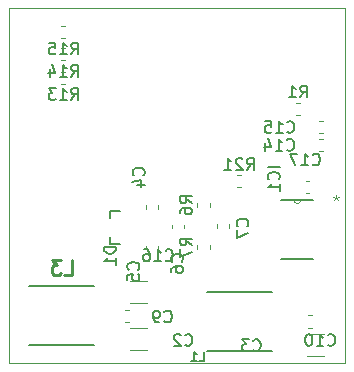
<source format=gbr>
%TF.GenerationSoftware,KiCad,Pcbnew,(5.1.6)-1*%
%TF.CreationDate,2021-09-30T15:23:08+02:00*%
%TF.ProjectId,Board,426f6172-642e-46b6-9963-61645f706362,rev?*%
%TF.SameCoordinates,PX367e320PY64168f0*%
%TF.FileFunction,Legend,Bot*%
%TF.FilePolarity,Positive*%
%FSLAX46Y46*%
G04 Gerber Fmt 4.6, Leading zero omitted, Abs format (unit mm)*
G04 Created by KiCad (PCBNEW (5.1.6)-1) date 2021-09-30 15:23:08*
%MOMM*%
%LPD*%
G01*
G04 APERTURE LIST*
%TA.AperFunction,Profile*%
%ADD10C,0.050000*%
%TD*%
%ADD11C,0.120000*%
%ADD12C,0.200000*%
%ADD13C,0.152400*%
%ADD14C,0.100000*%
%ADD15C,0.203200*%
%ADD16C,0.150000*%
%ADD17C,0.254000*%
%ADD18C,0.015000*%
G04 APERTURE END LIST*
D10*
X28500000Y0D02*
X0Y0D01*
X28500000Y30000000D02*
X28500000Y0D01*
X0Y30000000D02*
X28500000Y30000000D01*
X0Y0D02*
X0Y30000000D01*
D11*
X25128733Y15430000D02*
X25421267Y15430000D01*
X25128733Y14410000D02*
X25421267Y14410000D01*
D12*
X22250000Y1000000D02*
X16750000Y1000000D01*
X16750000Y6000000D02*
X22250000Y6000000D01*
X7250000Y1500000D02*
X1750000Y1500000D01*
X1750000Y6500000D02*
X7250000Y6500000D01*
D11*
X26596267Y20510000D02*
X26303733Y20510000D01*
X26596267Y19490000D02*
X26303733Y19490000D01*
X26596267Y18920000D02*
X26303733Y18920000D01*
X26596267Y17900000D02*
X26303733Y17900000D01*
X25353733Y2990000D02*
X25646267Y2990000D01*
X25353733Y4010000D02*
X25646267Y4010000D01*
X9853733Y3490000D02*
X10146267Y3490000D01*
X9853733Y4510000D02*
X10146267Y4510000D01*
X18690000Y11441233D02*
X18690000Y11733767D01*
X17670000Y11441233D02*
X17670000Y11733767D01*
X13820000Y11700267D02*
X13820000Y11407733D01*
X14840000Y11700267D02*
X14840000Y11407733D01*
X12640000Y9603733D02*
X12640000Y9896267D01*
X11620000Y9603733D02*
X11620000Y9896267D01*
X12620000Y13053733D02*
X12620000Y13346267D01*
X11600000Y13053733D02*
X11600000Y13346267D01*
X10288748Y5090000D02*
X11711252Y5090000D01*
X10288748Y6910000D02*
X11711252Y6910000D01*
X25288748Y590000D02*
X26711252Y590000D01*
X25288748Y2410000D02*
X26711252Y2410000D01*
X10288748Y1090000D02*
X11711252Y1090000D01*
X10288748Y2910000D02*
X11711252Y2910000D01*
D13*
X25785400Y8810800D02*
X23042200Y8810800D01*
X23042200Y13789200D02*
X24109000Y13789200D01*
X24109000Y13789200D02*
X24718600Y13789200D01*
X24718600Y13789200D02*
X25785400Y13789200D01*
D14*
X24109000Y13789200D02*
G75*
G03*
X24718600Y13789200I304800J0D01*
G01*
D15*
X8610000Y10090000D02*
X9410000Y10090000D01*
X8610000Y10690000D02*
X8610000Y10090000D01*
X8610000Y12890000D02*
X9410000Y12890000D01*
X8610000Y12290000D02*
X8610000Y12890000D01*
D11*
X24671267Y22010000D02*
X24328733Y22010000D01*
X24671267Y20990000D02*
X24328733Y20990000D01*
X15979000Y13526767D02*
X15979000Y13184233D01*
X16999000Y13526767D02*
X16999000Y13184233D01*
X16999000Y9947267D02*
X16999000Y9604733D01*
X15979000Y9947267D02*
X15979000Y9604733D01*
X4458733Y23620000D02*
X4801267Y23620000D01*
X4458733Y24640000D02*
X4801267Y24640000D01*
X4458733Y26630000D02*
X4801267Y26630000D01*
X4458733Y25610000D02*
X4801267Y25610000D01*
X4458733Y27490000D02*
X4801267Y27490000D01*
X4458733Y28510000D02*
X4801267Y28510000D01*
X19684767Y15874000D02*
X19342233Y15874000D01*
X19684767Y14854000D02*
X19342233Y14854000D01*
D16*
X25732857Y16802858D02*
X25780476Y16755239D01*
X25923333Y16707620D01*
X26018571Y16707620D01*
X26161428Y16755239D01*
X26256666Y16850477D01*
X26304285Y16945715D01*
X26351904Y17136191D01*
X26351904Y17279048D01*
X26304285Y17469524D01*
X26256666Y17564762D01*
X26161428Y17660000D01*
X26018571Y17707620D01*
X25923333Y17707620D01*
X25780476Y17660000D01*
X25732857Y17612381D01*
X24780476Y16707620D02*
X25351904Y16707620D01*
X25066190Y16707620D02*
X25066190Y17707620D01*
X25161428Y17564762D01*
X25256666Y17469524D01*
X25351904Y17421905D01*
X24447142Y17707620D02*
X23780476Y17707620D01*
X24209047Y16707620D01*
D12*
X16133333Y138096D02*
X16514285Y138096D01*
X16514285Y938096D01*
X15447619Y138096D02*
X15904761Y138096D01*
X15676190Y138096D02*
X15676190Y938096D01*
X15752380Y823810D01*
X15828571Y747620D01*
X15904761Y709524D01*
D17*
X4711666Y7455477D02*
X5316428Y7455477D01*
X5316428Y8725477D01*
X4409285Y8725477D02*
X3623095Y8725477D01*
X4046428Y8241667D01*
X3865000Y8241667D01*
X3744047Y8181191D01*
X3683571Y8120715D01*
X3623095Y7999762D01*
X3623095Y7697381D01*
X3683571Y7576429D01*
X3744047Y7515953D01*
X3865000Y7455477D01*
X4227857Y7455477D01*
X4348809Y7515953D01*
X4409285Y7576429D01*
D16*
X23567857Y19572858D02*
X23615476Y19525239D01*
X23758333Y19477620D01*
X23853571Y19477620D01*
X23996428Y19525239D01*
X24091666Y19620477D01*
X24139285Y19715715D01*
X24186904Y19906191D01*
X24186904Y20049048D01*
X24139285Y20239524D01*
X24091666Y20334762D01*
X23996428Y20430000D01*
X23853571Y20477620D01*
X23758333Y20477620D01*
X23615476Y20430000D01*
X23567857Y20382381D01*
X22615476Y19477620D02*
X23186904Y19477620D01*
X22901190Y19477620D02*
X22901190Y20477620D01*
X22996428Y20334762D01*
X23091666Y20239524D01*
X23186904Y20191905D01*
X21710714Y20477620D02*
X22186904Y20477620D01*
X22234523Y20001429D01*
X22186904Y20049048D01*
X22091666Y20096667D01*
X21853571Y20096667D01*
X21758333Y20049048D01*
X21710714Y20001429D01*
X21663095Y19906191D01*
X21663095Y19668096D01*
X21710714Y19572858D01*
X21758333Y19525239D01*
X21853571Y19477620D01*
X22091666Y19477620D01*
X22186904Y19525239D01*
X22234523Y19572858D01*
X23547857Y18052858D02*
X23595476Y18005239D01*
X23738333Y17957620D01*
X23833571Y17957620D01*
X23976428Y18005239D01*
X24071666Y18100477D01*
X24119285Y18195715D01*
X24166904Y18386191D01*
X24166904Y18529048D01*
X24119285Y18719524D01*
X24071666Y18814762D01*
X23976428Y18910000D01*
X23833571Y18957620D01*
X23738333Y18957620D01*
X23595476Y18910000D01*
X23547857Y18862381D01*
X22595476Y17957620D02*
X23166904Y17957620D01*
X22881190Y17957620D02*
X22881190Y18957620D01*
X22976428Y18814762D01*
X23071666Y18719524D01*
X23166904Y18671905D01*
X21738333Y18624286D02*
X21738333Y17957620D01*
X21976428Y19005239D02*
X22214523Y18290953D01*
X21595476Y18290953D01*
X27022857Y1522858D02*
X27070476Y1475239D01*
X27213333Y1427620D01*
X27308571Y1427620D01*
X27451428Y1475239D01*
X27546666Y1570477D01*
X27594285Y1665715D01*
X27641904Y1856191D01*
X27641904Y1999048D01*
X27594285Y2189524D01*
X27546666Y2284762D01*
X27451428Y2380000D01*
X27308571Y2427620D01*
X27213333Y2427620D01*
X27070476Y2380000D01*
X27022857Y2332381D01*
X26070476Y1427620D02*
X26641904Y1427620D01*
X26356190Y1427620D02*
X26356190Y2427620D01*
X26451428Y2284762D01*
X26546666Y2189524D01*
X26641904Y2141905D01*
X25451428Y2427620D02*
X25356190Y2427620D01*
X25260952Y2380000D01*
X25213333Y2332381D01*
X25165714Y2237143D01*
X25118095Y2046667D01*
X25118095Y1808572D01*
X25165714Y1618096D01*
X25213333Y1522858D01*
X25260952Y1475239D01*
X25356190Y1427620D01*
X25451428Y1427620D01*
X25546666Y1475239D01*
X25594285Y1522858D01*
X25641904Y1618096D01*
X25689523Y1808572D01*
X25689523Y2046667D01*
X25641904Y2237143D01*
X25594285Y2332381D01*
X25546666Y2380000D01*
X25451428Y2427620D01*
X13188166Y3515858D02*
X13235785Y3468239D01*
X13378642Y3420620D01*
X13473880Y3420620D01*
X13616738Y3468239D01*
X13711976Y3563477D01*
X13759595Y3658715D01*
X13807214Y3849191D01*
X13807214Y3992048D01*
X13759595Y4182524D01*
X13711976Y4277762D01*
X13616738Y4373000D01*
X13473880Y4420620D01*
X13378642Y4420620D01*
X13235785Y4373000D01*
X13188166Y4325381D01*
X12711976Y3420620D02*
X12521500Y3420620D01*
X12426261Y3468239D01*
X12378642Y3515858D01*
X12283404Y3658715D01*
X12235785Y3849191D01*
X12235785Y4230143D01*
X12283404Y4325381D01*
X12331023Y4373000D01*
X12426261Y4420620D01*
X12616738Y4420620D01*
X12711976Y4373000D01*
X12759595Y4325381D01*
X12807214Y4230143D01*
X12807214Y3992048D01*
X12759595Y3896810D01*
X12711976Y3849191D01*
X12616738Y3801572D01*
X12426261Y3801572D01*
X12331023Y3849191D01*
X12283404Y3896810D01*
X12235785Y3992048D01*
X20197142Y11576667D02*
X20244761Y11624286D01*
X20292380Y11767143D01*
X20292380Y11862381D01*
X20244761Y12005239D01*
X20149523Y12100477D01*
X20054285Y12148096D01*
X19863809Y12195715D01*
X19720952Y12195715D01*
X19530476Y12148096D01*
X19435238Y12100477D01*
X19340000Y12005239D01*
X19292380Y11862381D01*
X19292380Y11767143D01*
X19340000Y11624286D01*
X19387619Y11576667D01*
X19292380Y11243334D02*
X19292380Y10576667D01*
X20292380Y11005239D01*
X14647142Y8576667D02*
X14694761Y8624286D01*
X14742380Y8767143D01*
X14742380Y8862381D01*
X14694761Y9005239D01*
X14599523Y9100477D01*
X14504285Y9148096D01*
X14313809Y9195715D01*
X14170952Y9195715D01*
X13980476Y9148096D01*
X13885238Y9100477D01*
X13790000Y9005239D01*
X13742380Y8862381D01*
X13742380Y8767143D01*
X13790000Y8624286D01*
X13837619Y8576667D01*
X13742380Y7719524D02*
X13742380Y7910000D01*
X13790000Y8005239D01*
X13837619Y8052858D01*
X13980476Y8148096D01*
X14170952Y8195715D01*
X14551904Y8195715D01*
X14647142Y8148096D01*
X14694761Y8100477D01*
X14742380Y8005239D01*
X14742380Y7814762D01*
X14694761Y7719524D01*
X14647142Y7671905D01*
X14551904Y7624286D01*
X14313809Y7624286D01*
X14218571Y7671905D01*
X14170952Y7719524D01*
X14123333Y7814762D01*
X14123333Y8005239D01*
X14170952Y8100477D01*
X14218571Y8148096D01*
X14313809Y8195715D01*
X10957142Y7896667D02*
X11004761Y7944286D01*
X11052380Y8087143D01*
X11052380Y8182381D01*
X11004761Y8325239D01*
X10909523Y8420477D01*
X10814285Y8468096D01*
X10623809Y8515715D01*
X10480952Y8515715D01*
X10290476Y8468096D01*
X10195238Y8420477D01*
X10100000Y8325239D01*
X10052380Y8182381D01*
X10052380Y8087143D01*
X10100000Y7944286D01*
X10147619Y7896667D01*
X10052380Y6991905D02*
X10052380Y7468096D01*
X10528571Y7515715D01*
X10480952Y7468096D01*
X10433333Y7372858D01*
X10433333Y7134762D01*
X10480952Y7039524D01*
X10528571Y6991905D01*
X10623809Y6944286D01*
X10861904Y6944286D01*
X10957142Y6991905D01*
X11004761Y7039524D01*
X11052380Y7134762D01*
X11052380Y7372858D01*
X11004761Y7468096D01*
X10957142Y7515715D01*
X11407142Y15896667D02*
X11454761Y15944286D01*
X11502380Y16087143D01*
X11502380Y16182381D01*
X11454761Y16325239D01*
X11359523Y16420477D01*
X11264285Y16468096D01*
X11073809Y16515715D01*
X10930952Y16515715D01*
X10740476Y16468096D01*
X10645238Y16420477D01*
X10550000Y16325239D01*
X10502380Y16182381D01*
X10502380Y16087143D01*
X10550000Y15944286D01*
X10597619Y15896667D01*
X10835714Y15039524D02*
X11502380Y15039524D01*
X10454761Y15277620D02*
X11169047Y15515715D01*
X11169047Y14896667D01*
X13292857Y8692858D02*
X13340476Y8645239D01*
X13483333Y8597620D01*
X13578571Y8597620D01*
X13721428Y8645239D01*
X13816666Y8740477D01*
X13864285Y8835715D01*
X13911904Y9026191D01*
X13911904Y9169048D01*
X13864285Y9359524D01*
X13816666Y9454762D01*
X13721428Y9550000D01*
X13578571Y9597620D01*
X13483333Y9597620D01*
X13340476Y9550000D01*
X13292857Y9502381D01*
X12340476Y8597620D02*
X12911904Y8597620D01*
X12626190Y8597620D02*
X12626190Y9597620D01*
X12721428Y9454762D01*
X12816666Y9359524D01*
X12911904Y9311905D01*
X11483333Y9597620D02*
X11673809Y9597620D01*
X11769047Y9550000D01*
X11816666Y9502381D01*
X11911904Y9359524D01*
X11959523Y9169048D01*
X11959523Y8788096D01*
X11911904Y8692858D01*
X11864285Y8645239D01*
X11769047Y8597620D01*
X11578571Y8597620D01*
X11483333Y8645239D01*
X11435714Y8692858D01*
X11388095Y8788096D01*
X11388095Y9026191D01*
X11435714Y9121429D01*
X11483333Y9169048D01*
X11578571Y9216667D01*
X11769047Y9216667D01*
X11864285Y9169048D01*
X11911904Y9121429D01*
X11959523Y9026191D01*
X20704166Y1072858D02*
X20751785Y1025239D01*
X20894642Y977620D01*
X20989880Y977620D01*
X21132738Y1025239D01*
X21227976Y1120477D01*
X21275595Y1215715D01*
X21323214Y1406191D01*
X21323214Y1549048D01*
X21275595Y1739524D01*
X21227976Y1834762D01*
X21132738Y1930000D01*
X20989880Y1977620D01*
X20894642Y1977620D01*
X20751785Y1930000D01*
X20704166Y1882381D01*
X20370833Y1977620D02*
X19751785Y1977620D01*
X20085119Y1596667D01*
X19942261Y1596667D01*
X19847023Y1549048D01*
X19799404Y1501429D01*
X19751785Y1406191D01*
X19751785Y1168096D01*
X19799404Y1072858D01*
X19847023Y1025239D01*
X19942261Y977620D01*
X20227976Y977620D01*
X20323214Y1025239D01*
X20370833Y1072858D01*
X14938166Y1515858D02*
X14985785Y1468239D01*
X15128642Y1420620D01*
X15223880Y1420620D01*
X15366738Y1468239D01*
X15461976Y1563477D01*
X15509595Y1658715D01*
X15557214Y1849191D01*
X15557214Y1992048D01*
X15509595Y2182524D01*
X15461976Y2277762D01*
X15366738Y2373000D01*
X15223880Y2420620D01*
X15128642Y2420620D01*
X14985785Y2373000D01*
X14938166Y2325381D01*
X14557214Y2325381D02*
X14509595Y2373000D01*
X14414357Y2420620D01*
X14176261Y2420620D01*
X14081023Y2373000D01*
X14033404Y2325381D01*
X13985785Y2230143D01*
X13985785Y2134905D01*
X14033404Y1992048D01*
X14604833Y1420620D01*
X13985785Y1420620D01*
X22942380Y16586191D02*
X21942380Y16586191D01*
X22847142Y15538572D02*
X22894761Y15586191D01*
X22942380Y15729048D01*
X22942380Y15824286D01*
X22894761Y15967143D01*
X22799523Y16062381D01*
X22704285Y16110000D01*
X22513809Y16157620D01*
X22370952Y16157620D01*
X22180476Y16110000D01*
X22085238Y16062381D01*
X21990000Y15967143D01*
X21942380Y15824286D01*
X21942380Y15729048D01*
X21990000Y15586191D01*
X22037619Y15538572D01*
X22942380Y14586191D02*
X22942380Y15157620D01*
X22942380Y14871905D02*
X21942380Y14871905D01*
X22085238Y14967143D01*
X22180476Y15062381D01*
X22228095Y15157620D01*
D18*
X27715800Y14184420D02*
X27715800Y13946324D01*
X27953895Y14041562D02*
X27715800Y13946324D01*
X27477704Y14041562D01*
X27858657Y13755848D02*
X27715800Y13946324D01*
X27572942Y13755848D01*
D16*
X9052380Y9818096D02*
X8052380Y9818096D01*
X8052380Y9580000D01*
X8100000Y9437143D01*
X8195238Y9341905D01*
X8290476Y9294286D01*
X8480952Y9246667D01*
X8623809Y9246667D01*
X8814285Y9294286D01*
X8909523Y9341905D01*
X9004761Y9437143D01*
X9052380Y9580000D01*
X9052380Y9818096D01*
X9052380Y8294286D02*
X9052380Y8865715D01*
X9052380Y8580000D02*
X8052380Y8580000D01*
X8195238Y8675239D01*
X8290476Y8770477D01*
X8338095Y8865715D01*
X24666666Y22477620D02*
X25000000Y22953810D01*
X25238095Y22477620D02*
X25238095Y23477620D01*
X24857142Y23477620D01*
X24761904Y23430000D01*
X24714285Y23382381D01*
X24666666Y23287143D01*
X24666666Y23144286D01*
X24714285Y23049048D01*
X24761904Y23001429D01*
X24857142Y22953810D01*
X25238095Y22953810D01*
X23714285Y22477620D02*
X24285714Y22477620D01*
X24000000Y22477620D02*
X24000000Y23477620D01*
X24095238Y23334762D01*
X24190476Y23239524D01*
X24285714Y23191905D01*
X15511380Y13522167D02*
X15035190Y13855500D01*
X15511380Y14093596D02*
X14511380Y14093596D01*
X14511380Y13712643D01*
X14559000Y13617405D01*
X14606619Y13569786D01*
X14701857Y13522167D01*
X14844714Y13522167D01*
X14939952Y13569786D01*
X14987571Y13617405D01*
X15035190Y13712643D01*
X15035190Y14093596D01*
X14511380Y12665024D02*
X14511380Y12855500D01*
X14559000Y12950739D01*
X14606619Y12998358D01*
X14749476Y13093596D01*
X14939952Y13141215D01*
X15320904Y13141215D01*
X15416142Y13093596D01*
X15463761Y13045977D01*
X15511380Y12950739D01*
X15511380Y12760262D01*
X15463761Y12665024D01*
X15416142Y12617405D01*
X15320904Y12569786D01*
X15082809Y12569786D01*
X14987571Y12617405D01*
X14939952Y12665024D01*
X14892333Y12760262D01*
X14892333Y12950739D01*
X14939952Y13045977D01*
X14987571Y13093596D01*
X15082809Y13141215D01*
X15511380Y9942667D02*
X15035190Y10276000D01*
X15511380Y10514096D02*
X14511380Y10514096D01*
X14511380Y10133143D01*
X14559000Y10037905D01*
X14606619Y9990286D01*
X14701857Y9942667D01*
X14844714Y9942667D01*
X14939952Y9990286D01*
X14987571Y10037905D01*
X15035190Y10133143D01*
X15035190Y10514096D01*
X14511380Y9609334D02*
X14511380Y8942667D01*
X15511380Y9371239D01*
X5272857Y22247620D02*
X5606190Y22723810D01*
X5844285Y22247620D02*
X5844285Y23247620D01*
X5463333Y23247620D01*
X5368095Y23200000D01*
X5320476Y23152381D01*
X5272857Y23057143D01*
X5272857Y22914286D01*
X5320476Y22819048D01*
X5368095Y22771429D01*
X5463333Y22723810D01*
X5844285Y22723810D01*
X4320476Y22247620D02*
X4891904Y22247620D01*
X4606190Y22247620D02*
X4606190Y23247620D01*
X4701428Y23104762D01*
X4796666Y23009524D01*
X4891904Y22961905D01*
X3987142Y23247620D02*
X3368095Y23247620D01*
X3701428Y22866667D01*
X3558571Y22866667D01*
X3463333Y22819048D01*
X3415714Y22771429D01*
X3368095Y22676191D01*
X3368095Y22438096D01*
X3415714Y22342858D01*
X3463333Y22295239D01*
X3558571Y22247620D01*
X3844285Y22247620D01*
X3939523Y22295239D01*
X3987142Y22342858D01*
X5272857Y24237620D02*
X5606190Y24713810D01*
X5844285Y24237620D02*
X5844285Y25237620D01*
X5463333Y25237620D01*
X5368095Y25190000D01*
X5320476Y25142381D01*
X5272857Y25047143D01*
X5272857Y24904286D01*
X5320476Y24809048D01*
X5368095Y24761429D01*
X5463333Y24713810D01*
X5844285Y24713810D01*
X4320476Y24237620D02*
X4891904Y24237620D01*
X4606190Y24237620D02*
X4606190Y25237620D01*
X4701428Y25094762D01*
X4796666Y24999524D01*
X4891904Y24951905D01*
X3463333Y24904286D02*
X3463333Y24237620D01*
X3701428Y25285239D02*
X3939523Y24570953D01*
X3320476Y24570953D01*
X5272857Y26117620D02*
X5606190Y26593810D01*
X5844285Y26117620D02*
X5844285Y27117620D01*
X5463333Y27117620D01*
X5368095Y27070000D01*
X5320476Y27022381D01*
X5272857Y26927143D01*
X5272857Y26784286D01*
X5320476Y26689048D01*
X5368095Y26641429D01*
X5463333Y26593810D01*
X5844285Y26593810D01*
X4320476Y26117620D02*
X4891904Y26117620D01*
X4606190Y26117620D02*
X4606190Y27117620D01*
X4701428Y26974762D01*
X4796666Y26879524D01*
X4891904Y26831905D01*
X3415714Y27117620D02*
X3891904Y27117620D01*
X3939523Y26641429D01*
X3891904Y26689048D01*
X3796666Y26736667D01*
X3558571Y26736667D01*
X3463333Y26689048D01*
X3415714Y26641429D01*
X3368095Y26546191D01*
X3368095Y26308096D01*
X3415714Y26212858D01*
X3463333Y26165239D01*
X3558571Y26117620D01*
X3796666Y26117620D01*
X3891904Y26165239D01*
X3939523Y26212858D01*
X20156357Y16341620D02*
X20489690Y16817810D01*
X20727785Y16341620D02*
X20727785Y17341620D01*
X20346833Y17341620D01*
X20251595Y17294000D01*
X20203976Y17246381D01*
X20156357Y17151143D01*
X20156357Y17008286D01*
X20203976Y16913048D01*
X20251595Y16865429D01*
X20346833Y16817810D01*
X20727785Y16817810D01*
X19775404Y17246381D02*
X19727785Y17294000D01*
X19632547Y17341620D01*
X19394452Y17341620D01*
X19299214Y17294000D01*
X19251595Y17246381D01*
X19203976Y17151143D01*
X19203976Y17055905D01*
X19251595Y16913048D01*
X19823023Y16341620D01*
X19203976Y16341620D01*
X18251595Y16341620D02*
X18823023Y16341620D01*
X18537309Y16341620D02*
X18537309Y17341620D01*
X18632547Y17198762D01*
X18727785Y17103524D01*
X18823023Y17055905D01*
M02*

</source>
